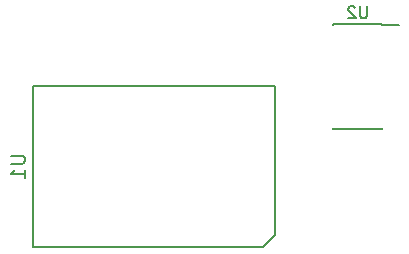
<source format=gbo>
%FSLAX46Y46*%
G04 Gerber Fmt 4.6, Leading zero omitted, Abs format (unit mm)*
G04 Created by KiCad (PCBNEW (2014-10-27 BZR 5228)-product) date 5/1/2015 7:00:26 PM*
%MOMM*%
G01*
G04 APERTURE LIST*
%ADD10C,0.100000*%
%ADD11C,0.200000*%
%ADD12C,0.150000*%
%ADD13R,6.350000X1.016000*%
%ADD14R,7.366000X1.016000*%
%ADD15R,0.406400X1.651000*%
%ADD16R,1.500000X0.600000*%
G04 APERTURE END LIST*
D10*
D11*
X34112200Y-20412200D02*
X33112200Y-21412200D01*
X33112200Y-21412200D02*
X13639800Y-21412200D01*
X13639800Y-21412200D02*
X13639800Y-7797800D01*
X13639800Y-7797800D02*
X34112200Y-7797800D01*
X34112200Y-7797800D02*
X34112200Y-20412200D01*
D12*
X43223000Y-2535000D02*
X43223000Y-2650000D01*
X39073000Y-2535000D02*
X39073000Y-2650000D01*
X39073000Y-11435000D02*
X39073000Y-11320000D01*
X43223000Y-11435000D02*
X43223000Y-11320000D01*
X43223000Y-2535000D02*
X39073000Y-2535000D01*
X43223000Y-11435000D02*
X39073000Y-11435000D01*
X43223000Y-2650000D02*
X44598000Y-2650000D01*
D11*
X11782657Y-13690714D02*
X12754086Y-13690714D01*
X12868371Y-13747857D01*
X12925514Y-13805000D01*
X12982657Y-13919286D01*
X12982657Y-14147857D01*
X12925514Y-14262143D01*
X12868371Y-14319286D01*
X12754086Y-14376429D01*
X11782657Y-14376429D01*
X12982657Y-15576429D02*
X12982657Y-14890714D01*
X12982657Y-15233572D02*
X11782657Y-15233572D01*
X11954086Y-15119286D01*
X12068371Y-15005000D01*
X12125514Y-14890714D01*
D12*
X41909905Y-1062381D02*
X41909905Y-1871905D01*
X41862286Y-1967143D01*
X41814667Y-2014762D01*
X41719429Y-2062381D01*
X41528952Y-2062381D01*
X41433714Y-2014762D01*
X41386095Y-1967143D01*
X41338476Y-1871905D01*
X41338476Y-1062381D01*
X40909905Y-1157619D02*
X40862286Y-1110000D01*
X40767048Y-1062381D01*
X40528952Y-1062381D01*
X40433714Y-1110000D01*
X40386095Y-1157619D01*
X40338476Y-1252857D01*
X40338476Y-1348095D01*
X40386095Y-1490952D01*
X40957524Y-2062381D01*
X40338476Y-2062381D01*
%LPC*%
D13*
X4191000Y-20320000D03*
D14*
X3683000Y-2540000D03*
D13*
X4191000Y-3810000D03*
X4191000Y-5080000D03*
X4191000Y-6350000D03*
X4191000Y-7620000D03*
X4191000Y-8890000D03*
X4191000Y-10160000D03*
X4191000Y-11430000D03*
X4191000Y-12700000D03*
X4191000Y-13970000D03*
X4191000Y-15240000D03*
X4191000Y-16510000D03*
X4191000Y-17780000D03*
X4191000Y-19050000D03*
X4191000Y-21590000D03*
X4191000Y-22860000D03*
X4191000Y-24130000D03*
X4191000Y-25400000D03*
D14*
X3683000Y-26670000D03*
D15*
X33401000Y-20078700D03*
X32131000Y-20078700D03*
X30861000Y-20078700D03*
X29591000Y-20078700D03*
X28321000Y-20078700D03*
X27051000Y-20078700D03*
X25781000Y-20078700D03*
X24511000Y-20078700D03*
X23241000Y-20078700D03*
X21971000Y-20078700D03*
X20701000Y-20078700D03*
X19431000Y-20078700D03*
X18161000Y-20078700D03*
X16891000Y-20078700D03*
X15621000Y-20078700D03*
X14351000Y-20078700D03*
X33401000Y-9131300D03*
X32131000Y-9131300D03*
X30861000Y-9131300D03*
X29591000Y-9131300D03*
X28321000Y-9131300D03*
X27051000Y-9131300D03*
X25781000Y-9131300D03*
X24511000Y-9131300D03*
X23241000Y-9131300D03*
X21971000Y-9131300D03*
X20701000Y-9131300D03*
X19431000Y-9131300D03*
X18161000Y-9131300D03*
X16891000Y-9131300D03*
X15621000Y-9131300D03*
X14351000Y-9131300D03*
D16*
X43848000Y-3175000D03*
X43848000Y-4445000D03*
X43848000Y-5715000D03*
X43848000Y-6985000D03*
X43848000Y-8255000D03*
X43848000Y-9525000D03*
X43848000Y-10795000D03*
X38448000Y-10795000D03*
X38448000Y-9525000D03*
X38448000Y-8255000D03*
X38448000Y-6985000D03*
X38448000Y-5715000D03*
X38448000Y-4445000D03*
X38448000Y-3175000D03*
M02*

</source>
